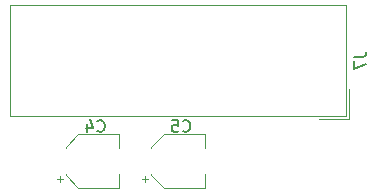
<source format=gbr>
G04 #@! TF.GenerationSoftware,KiCad,Pcbnew,(5.1.2-1)-1*
G04 #@! TF.CreationDate,2019-08-22T09:13:01-07:00*
G04 #@! TF.ProjectId,AS3310_ADSR,41533333-3130-45f4-9144-53522e6b6963,rev?*
G04 #@! TF.SameCoordinates,Original*
G04 #@! TF.FileFunction,Legend,Bot*
G04 #@! TF.FilePolarity,Positive*
%FSLAX46Y46*%
G04 Gerber Fmt 4.6, Leading zero omitted, Abs format (unit mm)*
G04 Created by KiCad (PCBNEW (5.1.2-1)-1) date 2019-08-22 09:13:01*
%MOMM*%
%LPD*%
G04 APERTURE LIST*
%ADD10C,0.120000*%
%ADD11C,0.150000*%
G04 APERTURE END LIST*
D10*
X118811000Y-68739000D02*
X118811000Y-68239000D01*
X118561000Y-68489000D02*
X119061000Y-68489000D01*
X119301000Y-65733437D02*
X120365437Y-64669000D01*
X119301000Y-68124563D02*
X120365437Y-69189000D01*
X119301000Y-68124563D02*
X119301000Y-67989000D01*
X119301000Y-65733437D02*
X119301000Y-65869000D01*
X120365437Y-64669000D02*
X123821000Y-64669000D01*
X120365437Y-69189000D02*
X123821000Y-69189000D01*
X123821000Y-69189000D02*
X123821000Y-67989000D01*
X123821000Y-64669000D02*
X123821000Y-65869000D01*
X131038000Y-64669000D02*
X131038000Y-65869000D01*
X131038000Y-69189000D02*
X131038000Y-67989000D01*
X127582437Y-69189000D02*
X131038000Y-69189000D01*
X127582437Y-64669000D02*
X131038000Y-64669000D01*
X126518000Y-65733437D02*
X126518000Y-65869000D01*
X126518000Y-68124563D02*
X126518000Y-67989000D01*
X126518000Y-68124563D02*
X127582437Y-69189000D01*
X126518000Y-65733437D02*
X127582437Y-64669000D01*
X125778000Y-68489000D02*
X126278000Y-68489000D01*
X126028000Y-68739000D02*
X126028000Y-68239000D01*
X143018000Y-53745000D02*
X114538000Y-53745000D01*
X114538000Y-53745000D02*
X114538000Y-63095000D01*
X114538000Y-63095000D02*
X143018000Y-63095000D01*
X143018000Y-63095000D02*
X143018000Y-53745000D01*
X143268000Y-63345000D02*
X140728000Y-63345000D01*
X143268000Y-63345000D02*
X143268000Y-60805000D01*
D11*
X121959666Y-64365142D02*
X122007285Y-64412761D01*
X122150142Y-64460380D01*
X122245380Y-64460380D01*
X122388238Y-64412761D01*
X122483476Y-64317523D01*
X122531095Y-64222285D01*
X122578714Y-64031809D01*
X122578714Y-63888952D01*
X122531095Y-63698476D01*
X122483476Y-63603238D01*
X122388238Y-63508000D01*
X122245380Y-63460380D01*
X122150142Y-63460380D01*
X122007285Y-63508000D01*
X121959666Y-63555619D01*
X121102523Y-63793714D02*
X121102523Y-64460380D01*
X121340619Y-63412761D02*
X121578714Y-64127047D01*
X120959666Y-64127047D01*
X129198666Y-64365142D02*
X129246285Y-64412761D01*
X129389142Y-64460380D01*
X129484380Y-64460380D01*
X129627238Y-64412761D01*
X129722476Y-64317523D01*
X129770095Y-64222285D01*
X129817714Y-64031809D01*
X129817714Y-63888952D01*
X129770095Y-63698476D01*
X129722476Y-63603238D01*
X129627238Y-63508000D01*
X129484380Y-63460380D01*
X129389142Y-63460380D01*
X129246285Y-63508000D01*
X129198666Y-63555619D01*
X128293904Y-63460380D02*
X128770095Y-63460380D01*
X128817714Y-63936571D01*
X128770095Y-63888952D01*
X128674857Y-63841333D01*
X128436761Y-63841333D01*
X128341523Y-63888952D01*
X128293904Y-63936571D01*
X128246285Y-64031809D01*
X128246285Y-64269904D01*
X128293904Y-64365142D01*
X128341523Y-64412761D01*
X128436761Y-64460380D01*
X128674857Y-64460380D01*
X128770095Y-64412761D01*
X128817714Y-64365142D01*
X143724380Y-58086666D02*
X144438666Y-58086666D01*
X144581523Y-58039047D01*
X144676761Y-57943809D01*
X144724380Y-57800952D01*
X144724380Y-57705714D01*
X143724380Y-58467619D02*
X143724380Y-59134285D01*
X144724380Y-58705714D01*
M02*

</source>
